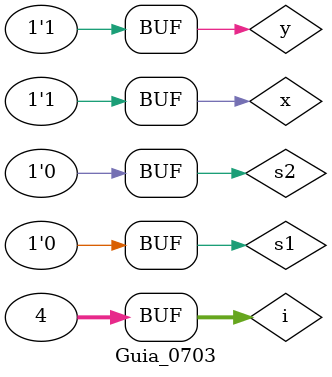
<source format=v>

module f0703_and_nand( output a, output b, input x, input y );
    and AND1 ( a, x, y );
    nand NAND1 ( b, x, y );
endmodule

module f0703_or_nor( output a, output b, input x, input y );
    or OR1 ( a, x, y );
    nor NOR1 ( b, x, y );
endmodule

module mux ( output z, input a, input b, input select );
    wire not_select, sa, sb;
    not NOT1 ( not_select, select );
    and AND1 ( sa, a, not_select );
    and AND2 ( sb, b, select );
    or OR1 ( z, sa, sb );
endmodule

module Guia_0703;
    reg x = 0, y = 0, s1 = 0, s2 = 0;
    wire z1, z2, z3, a, b, c, d;
    integer i = 0;
    f0703_and_nand AND_NAND ( a, b, x, y );
    f0703_or_nor OR_NOR ( c, d, x, y );
    mux MUX1 ( z1, b, a, s1 );
    mux MUX2 ( z2, d, c, s1 );
    mux MUX3 ( z3, z1, z2, s2 );
    initial begin: start
        x = 1'b0; y = 1'b0; s1 = 1'b0; s2 = 1'b0;
    end
    initial begin : main
        $display("   x    y   AND NAND  s1   OR   NOR  s2  MUX1 MUX2 MUX3");
        $monitor("%4b %4b %4b %4b %4b %4b %4b %4b %4b %4b %4b", x, y, a, b, s1, c, d, s2, z1, z2, z3);
        for (i = 0; i < 4; i = i + 1) begin
            { x, y } = i;
            #1;
        end
    end
endmodule

</source>
